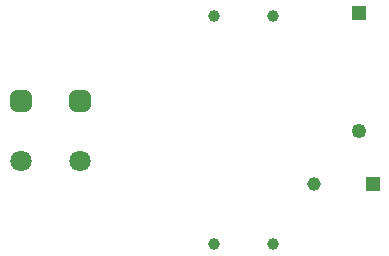
<source format=gbr>
G04*
G04 #@! TF.GenerationSoftware,Altium Limited,Altium Designer,24.9.1 (31)*
G04*
G04 Layer_Physical_Order=2*
G04 Layer_Color=16711680*
%FSLAX25Y25*%
%MOIN*%
G70*
G04*
G04 #@! TF.SameCoordinates,339F8C44-8F51-4397-B52D-863AAE003943*
G04*
G04*
G04 #@! TF.FilePolarity,Positive*
G04*
G01*
G75*
%ADD21C,0.04528*%
%ADD22R,0.04528X0.04528*%
%ADD23C,0.04921*%
%ADD24R,0.04921X0.04921*%
%ADD27C,0.03937*%
G04:AMPARAMS|DCode=28|XSize=70.87mil|YSize=70.87mil|CornerRadius=17.72mil|HoleSize=0mil|Usage=FLASHONLY|Rotation=270.000|XOffset=0mil|YOffset=0mil|HoleType=Round|Shape=RoundedRectangle|*
%AMROUNDEDRECTD28*
21,1,0.07087,0.03543,0,0,270.0*
21,1,0.03543,0.07087,0,0,270.0*
1,1,0.03543,-0.01772,-0.01772*
1,1,0.03543,-0.01772,0.01772*
1,1,0.03543,0.01772,0.01772*
1,1,0.03543,0.01772,-0.01772*
%
%ADD28ROUNDEDRECTD28*%
%ADD29C,0.07087*%
D21*
X450157Y280500D02*
D03*
D22*
X469842D02*
D03*
D23*
X465000Y298000D02*
D03*
D24*
Y337370D02*
D03*
D27*
X436401Y336500D02*
D03*
X416716D02*
D03*
Y260500D02*
D03*
X436401D02*
D03*
D28*
X372185Y308000D02*
D03*
X352500D02*
D03*
D29*
Y288000D02*
D03*
X372185D02*
D03*
M02*

</source>
